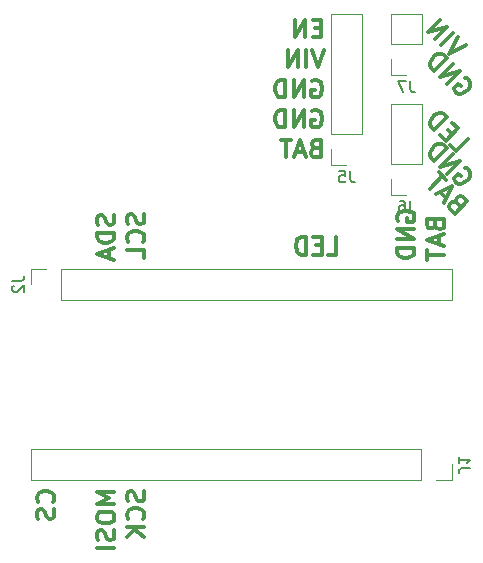
<source format=gbo>
G04 #@! TF.GenerationSoftware,KiCad,Pcbnew,5.1.5+dfsg1-2build2*
G04 #@! TF.CreationDate,2021-12-24T19:22:18+01:00*
G04 #@! TF.ProjectId,spinnybee-pcb,7370696e-6e79-4626-9565-2d7063622e6b,rev?*
G04 #@! TF.SameCoordinates,Original*
G04 #@! TF.FileFunction,Legend,Bot*
G04 #@! TF.FilePolarity,Positive*
%FSLAX46Y46*%
G04 Gerber Fmt 4.6, Leading zero omitted, Abs format (unit mm)*
G04 Created by KiCad (PCBNEW 5.1.5+dfsg1-2build2) date 2021-12-24 19:22:18*
%MOMM*%
%LPD*%
G04 APERTURE LIST*
%ADD10C,0.300000*%
%ADD11C,0.120000*%
%ADD12C,0.150000*%
G04 APERTURE END LIST*
D10*
X103347629Y-45157106D02*
X103145599Y-45056091D01*
X103044583Y-45056091D01*
X102893061Y-45106599D01*
X102741538Y-45258122D01*
X102691030Y-45409644D01*
X102691030Y-45510660D01*
X102741538Y-45662183D01*
X103145599Y-46066244D01*
X104206259Y-45005583D01*
X103852705Y-44652030D01*
X103701183Y-44601522D01*
X103600167Y-44601522D01*
X103448644Y-44652030D01*
X103347629Y-44753045D01*
X103297122Y-44904568D01*
X103297122Y-45005583D01*
X103347629Y-45157106D01*
X103701183Y-45510660D01*
X102438492Y-44753045D02*
X101933416Y-44247969D01*
X102236461Y-45157106D02*
X102943568Y-43742893D01*
X101529355Y-44449999D01*
X102387984Y-43187309D02*
X101781893Y-42581217D01*
X101024278Y-43944923D02*
X102084938Y-42884263D01*
X102741538Y-40277675D02*
X103246614Y-40782751D01*
X104307274Y-39722091D01*
X102943569Y-39368538D02*
X102590015Y-39014984D01*
X101882908Y-39419045D02*
X102387985Y-39924122D01*
X103448645Y-38863461D01*
X102943569Y-38358385D01*
X101428340Y-38964477D02*
X102489000Y-37903816D01*
X102236462Y-37651278D01*
X102034431Y-37550263D01*
X101832401Y-37550263D01*
X101680878Y-37600771D01*
X101428340Y-37752294D01*
X101276817Y-37903816D01*
X101125294Y-38156355D01*
X101074786Y-38307877D01*
X101074786Y-38509908D01*
X101175802Y-38711938D01*
X101428340Y-38964477D01*
X104054737Y-42187791D02*
X104206260Y-42238299D01*
X104357782Y-42389822D01*
X104458798Y-42591852D01*
X104458798Y-42793883D01*
X104408290Y-42945406D01*
X104256767Y-43197944D01*
X104105244Y-43349467D01*
X103852706Y-43500990D01*
X103701183Y-43551497D01*
X103499153Y-43551497D01*
X103297122Y-43450482D01*
X103196107Y-43349467D01*
X103095092Y-43147436D01*
X103095092Y-43046421D01*
X103448645Y-42692868D01*
X103650676Y-42894898D01*
X102539508Y-42692868D02*
X103600168Y-41632208D01*
X101933416Y-42086776D01*
X102994076Y-41026116D01*
X101428340Y-41581700D02*
X102489000Y-40521040D01*
X102236462Y-40268502D01*
X102034432Y-40167486D01*
X101832401Y-40167486D01*
X101680878Y-40217994D01*
X101428340Y-40369517D01*
X101276817Y-40521040D01*
X101125294Y-40773578D01*
X101074787Y-40925101D01*
X101074787Y-41127131D01*
X101175802Y-41329162D01*
X101428340Y-41581700D01*
X104054737Y-34567791D02*
X104206260Y-34618299D01*
X104357782Y-34769822D01*
X104458798Y-34971852D01*
X104458798Y-35173883D01*
X104408290Y-35325406D01*
X104256767Y-35577944D01*
X104105244Y-35729467D01*
X103852706Y-35880990D01*
X103701183Y-35931497D01*
X103499153Y-35931497D01*
X103297122Y-35830482D01*
X103196107Y-35729467D01*
X103095092Y-35527436D01*
X103095092Y-35426421D01*
X103448645Y-35072868D01*
X103650676Y-35274898D01*
X102539508Y-35072868D02*
X103600168Y-34012208D01*
X101933416Y-34466776D01*
X102994076Y-33406116D01*
X101428340Y-33961700D02*
X102489000Y-32901040D01*
X102236462Y-32648502D01*
X102034432Y-32547486D01*
X101832401Y-32547486D01*
X101680878Y-32597994D01*
X101428340Y-32749517D01*
X101276817Y-32901040D01*
X101125294Y-33153578D01*
X101074787Y-33305101D01*
X101074787Y-33507131D01*
X101175802Y-33709162D01*
X101428340Y-33961700D01*
X104105244Y-31822837D02*
X102691030Y-32529944D01*
X103398137Y-31115730D01*
X101983923Y-31822837D02*
X103044583Y-30762177D01*
X101478847Y-31317761D02*
X102539507Y-30257101D01*
X100872755Y-30711669D01*
X101933416Y-29651009D01*
X91360429Y-40532857D02*
X91146144Y-40604285D01*
X91074715Y-40675714D01*
X91003287Y-40818571D01*
X91003287Y-41032857D01*
X91074715Y-41175714D01*
X91146144Y-41247142D01*
X91289001Y-41318571D01*
X91860429Y-41318571D01*
X91860429Y-39818571D01*
X91360429Y-39818571D01*
X91217572Y-39890000D01*
X91146144Y-39961428D01*
X91074715Y-40104285D01*
X91074715Y-40247142D01*
X91146144Y-40390000D01*
X91217572Y-40461428D01*
X91360429Y-40532857D01*
X91860429Y-40532857D01*
X90431858Y-40890000D02*
X89717572Y-40890000D01*
X90574715Y-41318571D02*
X90074715Y-39818571D01*
X89574715Y-41318571D01*
X89289001Y-39818571D02*
X88431858Y-39818571D01*
X88860429Y-41318571D02*
X88860429Y-39818571D01*
X91074715Y-37350000D02*
X91217572Y-37278571D01*
X91431858Y-37278571D01*
X91646143Y-37350000D01*
X91789000Y-37492857D01*
X91860429Y-37635714D01*
X91931858Y-37921428D01*
X91931858Y-38135714D01*
X91860429Y-38421428D01*
X91789000Y-38564285D01*
X91646143Y-38707142D01*
X91431858Y-38778571D01*
X91289000Y-38778571D01*
X91074715Y-38707142D01*
X91003286Y-38635714D01*
X91003286Y-38135714D01*
X91289000Y-38135714D01*
X90360429Y-38778571D02*
X90360429Y-37278571D01*
X89503286Y-38778571D01*
X89503286Y-37278571D01*
X88789000Y-38778571D02*
X88789000Y-37278571D01*
X88431858Y-37278571D01*
X88217572Y-37350000D01*
X88074715Y-37492857D01*
X88003286Y-37635714D01*
X87931858Y-37921428D01*
X87931858Y-38135714D01*
X88003286Y-38421428D01*
X88074715Y-38564285D01*
X88217572Y-38707142D01*
X88431858Y-38778571D01*
X88789000Y-38778571D01*
X91074715Y-34810000D02*
X91217572Y-34738571D01*
X91431858Y-34738571D01*
X91646143Y-34810000D01*
X91789000Y-34952857D01*
X91860429Y-35095714D01*
X91931858Y-35381428D01*
X91931858Y-35595714D01*
X91860429Y-35881428D01*
X91789000Y-36024285D01*
X91646143Y-36167142D01*
X91431858Y-36238571D01*
X91289000Y-36238571D01*
X91074715Y-36167142D01*
X91003286Y-36095714D01*
X91003286Y-35595714D01*
X91289000Y-35595714D01*
X90360429Y-36238571D02*
X90360429Y-34738571D01*
X89503286Y-36238571D01*
X89503286Y-34738571D01*
X88789000Y-36238571D02*
X88789000Y-34738571D01*
X88431858Y-34738571D01*
X88217572Y-34810000D01*
X88074715Y-34952857D01*
X88003286Y-35095714D01*
X87931858Y-35381428D01*
X87931858Y-35595714D01*
X88003286Y-35881428D01*
X88074715Y-36024285D01*
X88217572Y-36167142D01*
X88431858Y-36238571D01*
X88789000Y-36238571D01*
X92074715Y-32198571D02*
X91574715Y-33698571D01*
X91074715Y-32198571D01*
X90574715Y-33698571D02*
X90574715Y-32198571D01*
X89860429Y-33698571D02*
X89860429Y-32198571D01*
X89003286Y-33698571D01*
X89003286Y-32198571D01*
X91860429Y-30372857D02*
X91360429Y-30372857D01*
X91146144Y-31158571D02*
X91860429Y-31158571D01*
X91860429Y-29658571D01*
X91146144Y-29658571D01*
X90503287Y-31158571D02*
X90503287Y-29658571D01*
X89646144Y-31158571D01*
X89646144Y-29658571D01*
X101492857Y-47041715D02*
X101564285Y-47256000D01*
X101635714Y-47327429D01*
X101778571Y-47398858D01*
X101992857Y-47398858D01*
X102135714Y-47327429D01*
X102207142Y-47256000D01*
X102278571Y-47113143D01*
X102278571Y-46541715D01*
X100778571Y-46541715D01*
X100778571Y-47041715D01*
X100850000Y-47184572D01*
X100921428Y-47256000D01*
X101064285Y-47327429D01*
X101207142Y-47327429D01*
X101350000Y-47256000D01*
X101421428Y-47184572D01*
X101492857Y-47041715D01*
X101492857Y-46541715D01*
X101850000Y-47970286D02*
X101850000Y-48684572D01*
X102278571Y-47827429D02*
X100778571Y-48327429D01*
X102278571Y-48827429D01*
X100778571Y-49113143D02*
X100778571Y-49970286D01*
X102278571Y-49541715D02*
X100778571Y-49541715D01*
X98310000Y-46684571D02*
X98238571Y-46541714D01*
X98238571Y-46327429D01*
X98310000Y-46113143D01*
X98452857Y-45970286D01*
X98595714Y-45898857D01*
X98881428Y-45827429D01*
X99095714Y-45827429D01*
X99381428Y-45898857D01*
X99524285Y-45970286D01*
X99667142Y-46113143D01*
X99738571Y-46327429D01*
X99738571Y-46470286D01*
X99667142Y-46684571D01*
X99595714Y-46756000D01*
X99095714Y-46756000D01*
X99095714Y-46470286D01*
X99738571Y-47398857D02*
X98238571Y-47398857D01*
X99738571Y-48256000D01*
X98238571Y-48256000D01*
X99738571Y-48970286D02*
X98238571Y-48970286D01*
X98238571Y-49327429D01*
X98310000Y-49541714D01*
X98452857Y-49684571D01*
X98595714Y-49756000D01*
X98881428Y-49827429D01*
X99095714Y-49827429D01*
X99381428Y-49756000D01*
X99524285Y-49684571D01*
X99667142Y-49541714D01*
X99738571Y-49327429D01*
X99738571Y-48970286D01*
X92404285Y-49546714D02*
X93118571Y-49546714D01*
X93118571Y-48046714D01*
X91904285Y-48761000D02*
X91404285Y-48761000D01*
X91190000Y-49546714D02*
X91904285Y-49546714D01*
X91904285Y-48046714D01*
X91190000Y-48046714D01*
X90547142Y-49546714D02*
X90547142Y-48046714D01*
X90190000Y-48046714D01*
X89975714Y-48118143D01*
X89832857Y-48261000D01*
X89761428Y-48403857D01*
X89690000Y-48689571D01*
X89690000Y-48903857D01*
X89761428Y-49189571D01*
X89832857Y-49332428D01*
X89975714Y-49475285D01*
X90190000Y-49546714D01*
X90547142Y-49546714D01*
X76807142Y-46113143D02*
X76878571Y-46327429D01*
X76878571Y-46684572D01*
X76807142Y-46827429D01*
X76735714Y-46898858D01*
X76592857Y-46970286D01*
X76450000Y-46970286D01*
X76307142Y-46898858D01*
X76235714Y-46827429D01*
X76164285Y-46684572D01*
X76092857Y-46398858D01*
X76021428Y-46256000D01*
X75950000Y-46184572D01*
X75807142Y-46113143D01*
X75664285Y-46113143D01*
X75521428Y-46184572D01*
X75450000Y-46256000D01*
X75378571Y-46398858D01*
X75378571Y-46756000D01*
X75450000Y-46970286D01*
X76735714Y-48470286D02*
X76807142Y-48398858D01*
X76878571Y-48184572D01*
X76878571Y-48041715D01*
X76807142Y-47827429D01*
X76664285Y-47684572D01*
X76521428Y-47613143D01*
X76235714Y-47541715D01*
X76021428Y-47541715D01*
X75735714Y-47613143D01*
X75592857Y-47684572D01*
X75450000Y-47827429D01*
X75378571Y-48041715D01*
X75378571Y-48184572D01*
X75450000Y-48398858D01*
X75521428Y-48470286D01*
X76878571Y-49827429D02*
X76878571Y-49113143D01*
X75378571Y-49113143D01*
X74267142Y-46184571D02*
X74338571Y-46398857D01*
X74338571Y-46756000D01*
X74267142Y-46898857D01*
X74195714Y-46970285D01*
X74052857Y-47041714D01*
X73910000Y-47041714D01*
X73767142Y-46970285D01*
X73695714Y-46898857D01*
X73624285Y-46756000D01*
X73552857Y-46470285D01*
X73481428Y-46327428D01*
X73410000Y-46256000D01*
X73267142Y-46184571D01*
X73124285Y-46184571D01*
X72981428Y-46256000D01*
X72910000Y-46327428D01*
X72838571Y-46470285D01*
X72838571Y-46827428D01*
X72910000Y-47041714D01*
X74338571Y-47684571D02*
X72838571Y-47684571D01*
X72838571Y-48041714D01*
X72910000Y-48256000D01*
X73052857Y-48398857D01*
X73195714Y-48470285D01*
X73481428Y-48541714D01*
X73695714Y-48541714D01*
X73981428Y-48470285D01*
X74124285Y-48398857D01*
X74267142Y-48256000D01*
X74338571Y-48041714D01*
X74338571Y-47684571D01*
X73910000Y-49113142D02*
X73910000Y-49827428D01*
X74338571Y-48970285D02*
X72838571Y-49470285D01*
X74338571Y-49970285D01*
X69115714Y-70509000D02*
X69187142Y-70437571D01*
X69258571Y-70223285D01*
X69258571Y-70080428D01*
X69187142Y-69866142D01*
X69044285Y-69723285D01*
X68901428Y-69651857D01*
X68615714Y-69580428D01*
X68401428Y-69580428D01*
X68115714Y-69651857D01*
X67972857Y-69723285D01*
X67830000Y-69866142D01*
X67758571Y-70080428D01*
X67758571Y-70223285D01*
X67830000Y-70437571D01*
X67901428Y-70509000D01*
X69187142Y-71080428D02*
X69258571Y-71294714D01*
X69258571Y-71651857D01*
X69187142Y-71794714D01*
X69115714Y-71866142D01*
X68972857Y-71937571D01*
X68830000Y-71937571D01*
X68687142Y-71866142D01*
X68615714Y-71794714D01*
X68544285Y-71651857D01*
X68472857Y-71366142D01*
X68401428Y-71223285D01*
X68330000Y-71151857D01*
X68187142Y-71080428D01*
X68044285Y-71080428D01*
X67901428Y-71151857D01*
X67830000Y-71223285D01*
X67758571Y-71366142D01*
X67758571Y-71723285D01*
X67830000Y-71937571D01*
X74338571Y-69651857D02*
X72838571Y-69651857D01*
X73910000Y-70151857D01*
X72838571Y-70651857D01*
X74338571Y-70651857D01*
X72838571Y-71651857D02*
X72838571Y-71937571D01*
X72910000Y-72080428D01*
X73052857Y-72223285D01*
X73338571Y-72294714D01*
X73838571Y-72294714D01*
X74124285Y-72223285D01*
X74267142Y-72080428D01*
X74338571Y-71937571D01*
X74338571Y-71651857D01*
X74267142Y-71509000D01*
X74124285Y-71366142D01*
X73838571Y-71294714D01*
X73338571Y-71294714D01*
X73052857Y-71366142D01*
X72910000Y-71509000D01*
X72838571Y-71651857D01*
X74267142Y-72866142D02*
X74338571Y-73080428D01*
X74338571Y-73437571D01*
X74267142Y-73580428D01*
X74195714Y-73651857D01*
X74052857Y-73723285D01*
X73910000Y-73723285D01*
X73767142Y-73651857D01*
X73695714Y-73580428D01*
X73624285Y-73437571D01*
X73552857Y-73151857D01*
X73481428Y-73009000D01*
X73410000Y-72937571D01*
X73267142Y-72866142D01*
X73124285Y-72866142D01*
X72981428Y-72937571D01*
X72910000Y-73009000D01*
X72838571Y-73151857D01*
X72838571Y-73509000D01*
X72910000Y-73723285D01*
X74338571Y-74366142D02*
X72838571Y-74366142D01*
X76807142Y-69580428D02*
X76878571Y-69794714D01*
X76878571Y-70151857D01*
X76807142Y-70294714D01*
X76735714Y-70366142D01*
X76592857Y-70437571D01*
X76450000Y-70437571D01*
X76307142Y-70366142D01*
X76235714Y-70294714D01*
X76164285Y-70151857D01*
X76092857Y-69866142D01*
X76021428Y-69723285D01*
X75950000Y-69651857D01*
X75807142Y-69580428D01*
X75664285Y-69580428D01*
X75521428Y-69651857D01*
X75450000Y-69723285D01*
X75378571Y-69866142D01*
X75378571Y-70223285D01*
X75450000Y-70437571D01*
X76735714Y-71937571D02*
X76807142Y-71866142D01*
X76878571Y-71651857D01*
X76878571Y-71509000D01*
X76807142Y-71294714D01*
X76664285Y-71151857D01*
X76521428Y-71080428D01*
X76235714Y-71009000D01*
X76021428Y-71009000D01*
X75735714Y-71080428D01*
X75592857Y-71151857D01*
X75450000Y-71294714D01*
X75378571Y-71509000D01*
X75378571Y-71651857D01*
X75450000Y-71866142D01*
X75521428Y-71937571D01*
X76878571Y-72580428D02*
X75378571Y-72580428D01*
X76878571Y-73437571D02*
X76021428Y-72794714D01*
X75378571Y-73437571D02*
X76235714Y-72580428D01*
D11*
X97730000Y-34350000D02*
X99060000Y-34350000D01*
X97730000Y-33020000D02*
X97730000Y-34350000D01*
X97730000Y-31750000D02*
X100390000Y-31750000D01*
X100390000Y-31750000D02*
X100390000Y-29150000D01*
X97730000Y-31750000D02*
X97730000Y-29150000D01*
X97730000Y-29150000D02*
X100390000Y-29150000D01*
X97730000Y-44510000D02*
X99060000Y-44510000D01*
X97730000Y-43180000D02*
X97730000Y-44510000D01*
X97730000Y-41910000D02*
X100390000Y-41910000D01*
X100390000Y-41910000D02*
X100390000Y-36770000D01*
X97730000Y-41910000D02*
X97730000Y-36770000D01*
X97730000Y-36770000D02*
X100390000Y-36770000D01*
X92650000Y-41970000D02*
X93980000Y-41970000D01*
X92650000Y-40640000D02*
X92650000Y-41970000D01*
X92650000Y-39370000D02*
X95310000Y-39370000D01*
X95310000Y-39370000D02*
X95310000Y-29150000D01*
X92650000Y-39370000D02*
X92650000Y-29150000D01*
X92650000Y-29150000D02*
X95310000Y-29150000D01*
X67250000Y-50740000D02*
X67250000Y-52070000D01*
X68580000Y-50740000D02*
X67250000Y-50740000D01*
X69850000Y-50740000D02*
X69850000Y-53400000D01*
X69850000Y-53400000D02*
X102930000Y-53400000D01*
X69850000Y-50740000D02*
X102930000Y-50740000D01*
X102930000Y-50740000D02*
X102930000Y-53400000D01*
X102930000Y-68640000D02*
X102930000Y-67310000D01*
X101600000Y-68640000D02*
X102930000Y-68640000D01*
X100330000Y-68640000D02*
X100330000Y-65980000D01*
X100330000Y-65980000D02*
X67250000Y-65980000D01*
X100330000Y-68640000D02*
X67250000Y-68640000D01*
X67250000Y-68640000D02*
X67250000Y-65980000D01*
D12*
X99393333Y-34802380D02*
X99393333Y-35516666D01*
X99440952Y-35659523D01*
X99536190Y-35754761D01*
X99679047Y-35802380D01*
X99774285Y-35802380D01*
X99012380Y-34802380D02*
X98345714Y-34802380D01*
X98774285Y-35802380D01*
X99393333Y-44962380D02*
X99393333Y-45676666D01*
X99440952Y-45819523D01*
X99536190Y-45914761D01*
X99679047Y-45962380D01*
X99774285Y-45962380D01*
X98488571Y-44962380D02*
X98679047Y-44962380D01*
X98774285Y-45010000D01*
X98821904Y-45057619D01*
X98917142Y-45200476D01*
X98964761Y-45390952D01*
X98964761Y-45771904D01*
X98917142Y-45867142D01*
X98869523Y-45914761D01*
X98774285Y-45962380D01*
X98583809Y-45962380D01*
X98488571Y-45914761D01*
X98440952Y-45867142D01*
X98393333Y-45771904D01*
X98393333Y-45533809D01*
X98440952Y-45438571D01*
X98488571Y-45390952D01*
X98583809Y-45343333D01*
X98774285Y-45343333D01*
X98869523Y-45390952D01*
X98917142Y-45438571D01*
X98964761Y-45533809D01*
X94313333Y-42422380D02*
X94313333Y-43136666D01*
X94360952Y-43279523D01*
X94456190Y-43374761D01*
X94599047Y-43422380D01*
X94694285Y-43422380D01*
X93360952Y-42422380D02*
X93837142Y-42422380D01*
X93884761Y-42898571D01*
X93837142Y-42850952D01*
X93741904Y-42803333D01*
X93503809Y-42803333D01*
X93408571Y-42850952D01*
X93360952Y-42898571D01*
X93313333Y-42993809D01*
X93313333Y-43231904D01*
X93360952Y-43327142D01*
X93408571Y-43374761D01*
X93503809Y-43422380D01*
X93741904Y-43422380D01*
X93837142Y-43374761D01*
X93884761Y-43327142D01*
X65702380Y-51736666D02*
X66416666Y-51736666D01*
X66559523Y-51689047D01*
X66654761Y-51593809D01*
X66702380Y-51450952D01*
X66702380Y-51355714D01*
X65797619Y-52165238D02*
X65750000Y-52212857D01*
X65702380Y-52308095D01*
X65702380Y-52546190D01*
X65750000Y-52641428D01*
X65797619Y-52689047D01*
X65892857Y-52736666D01*
X65988095Y-52736666D01*
X66130952Y-52689047D01*
X66702380Y-52117619D01*
X66702380Y-52736666D01*
X104477619Y-67643333D02*
X103763333Y-67643333D01*
X103620476Y-67690952D01*
X103525238Y-67786190D01*
X103477619Y-67929047D01*
X103477619Y-68024285D01*
X103477619Y-66643333D02*
X103477619Y-67214761D01*
X103477619Y-66929047D02*
X104477619Y-66929047D01*
X104334761Y-67024285D01*
X104239523Y-67119523D01*
X104191904Y-67214761D01*
M02*

</source>
